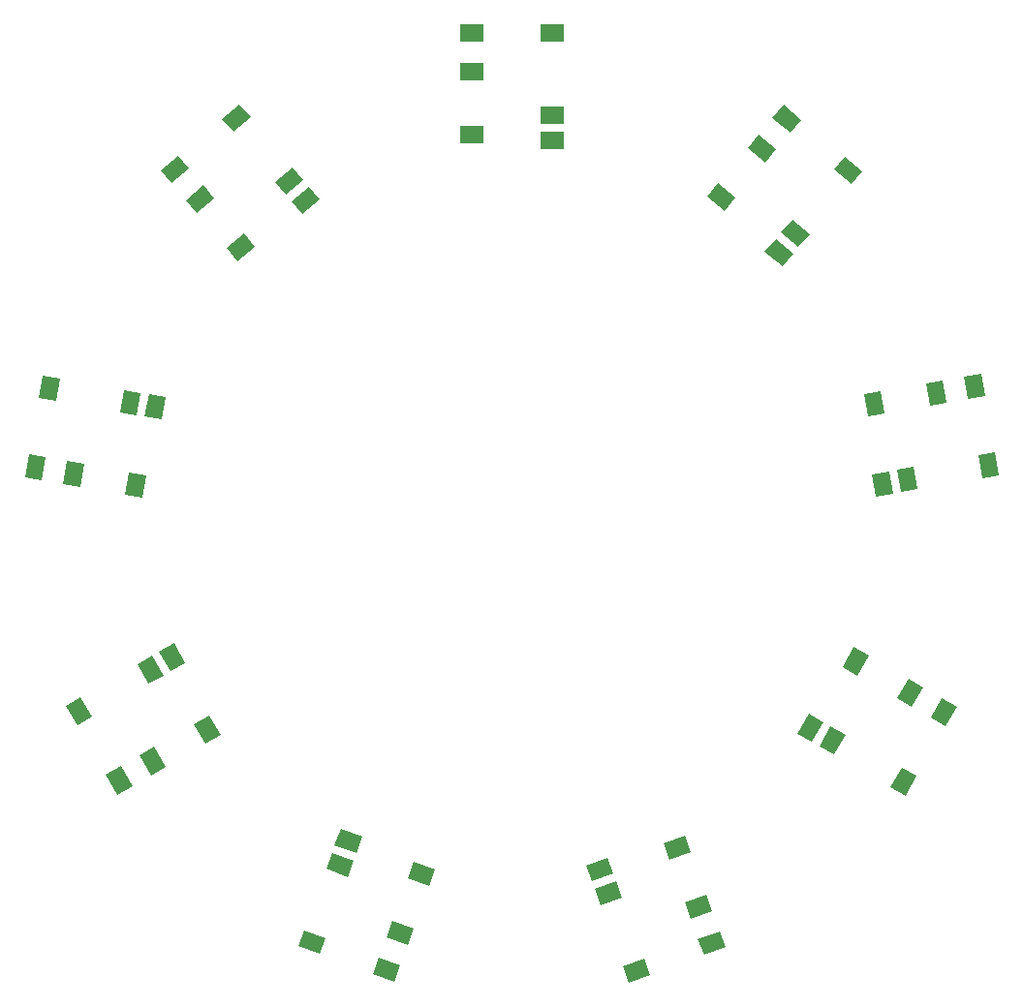
<source format=gbr>
%TF.GenerationSoftware,KiCad,Pcbnew,(5.1.9)-1*%
%TF.CreationDate,2022-02-26T00:47:13+09:00*%
%TF.ProjectId,passivemlt,70617373-6976-4656-9d6c-742e6b696361,rev?*%
%TF.SameCoordinates,Original*%
%TF.FileFunction,Paste,Top*%
%TF.FilePolarity,Positive*%
%FSLAX46Y46*%
G04 Gerber Fmt 4.6, Leading zero omitted, Abs format (unit mm)*
G04 Created by KiCad (PCBNEW (5.1.9)-1) date 2022-02-26 00:47:13*
%MOMM*%
%LPD*%
G01*
G04 APERTURE LIST*
%ADD10C,0.100000*%
%ADD11R,2.000000X1.500000*%
G04 APERTURE END LIST*
D10*
%TO.C,J9*%
G36*
X119906100Y-62017155D02*
G01*
X118941919Y-60868088D01*
X120474008Y-59582513D01*
X121438189Y-60731580D01*
X119906100Y-62017155D01*
G37*
G36*
X124534171Y-67532675D02*
G01*
X123569990Y-66383608D01*
X125102079Y-65098033D01*
X126066260Y-66247100D01*
X124534171Y-67532675D01*
G37*
G36*
X125948303Y-69217973D02*
G01*
X124984122Y-68068906D01*
X126516211Y-66783331D01*
X127480392Y-67932398D01*
X125948303Y-69217973D01*
G37*
G36*
X114543789Y-66516669D02*
G01*
X113579608Y-65367602D01*
X115111697Y-64082027D01*
X116075878Y-65231094D01*
X114543789Y-66516669D01*
G37*
G36*
X116729267Y-69121220D02*
G01*
X115765086Y-67972153D01*
X117297175Y-66686578D01*
X118261356Y-67835645D01*
X116729267Y-69121220D01*
G37*
G36*
X120264598Y-73334464D02*
G01*
X119300417Y-72185397D01*
X120832506Y-70899822D01*
X121796687Y-72048889D01*
X120264598Y-73334464D01*
G37*
%TD*%
%TO.C,J8*%
G36*
X104404130Y-85542070D02*
G01*
X102926918Y-85281598D01*
X103274214Y-83311982D01*
X104751426Y-83572454D01*
X104404130Y-85542070D01*
G37*
G36*
X111494746Y-86792337D02*
G01*
X110017534Y-86531865D01*
X110364830Y-84562249D01*
X111842042Y-84822721D01*
X111494746Y-86792337D01*
G37*
G36*
X113661323Y-87174363D02*
G01*
X112184111Y-86913891D01*
X112531407Y-84944275D01*
X114008619Y-85204747D01*
X113661323Y-87174363D01*
G37*
G36*
X103188593Y-92435725D02*
G01*
X101711381Y-92175253D01*
X102058677Y-90205637D01*
X103535889Y-90466109D01*
X103188593Y-92435725D01*
G37*
G36*
X106536939Y-93026129D02*
G01*
X105059727Y-92765657D01*
X105407023Y-90796041D01*
X106884235Y-91056513D01*
X106536939Y-93026129D01*
G37*
G36*
X111953382Y-93981193D02*
G01*
X110476170Y-93720721D01*
X110823466Y-91751105D01*
X112300678Y-92011577D01*
X111953382Y-93981193D01*
G37*
%TD*%
%TO.C,J7*%
G36*
X107589200Y-113139936D02*
G01*
X106290162Y-113889936D01*
X105290162Y-112157886D01*
X106589200Y-111407886D01*
X107589200Y-113139936D01*
G37*
G36*
X113824583Y-109539936D02*
G01*
X112525545Y-110289936D01*
X111525545Y-108557886D01*
X112824583Y-107807886D01*
X113824583Y-109539936D01*
G37*
G36*
X115729838Y-108439936D02*
G01*
X114430800Y-109189936D01*
X113430800Y-107457886D01*
X114729838Y-106707886D01*
X115729838Y-108439936D01*
G37*
G36*
X111089200Y-119202114D02*
G01*
X109790162Y-119952114D01*
X108790162Y-118220064D01*
X110089200Y-117470064D01*
X111089200Y-119202114D01*
G37*
G36*
X114033686Y-117502114D02*
G01*
X112734648Y-118252114D01*
X111734648Y-116520064D01*
X113033686Y-115770064D01*
X114033686Y-117502114D01*
G37*
G36*
X118796826Y-114752114D02*
G01*
X117497788Y-115502114D01*
X116497788Y-113770064D01*
X117796826Y-113020064D01*
X118796826Y-114752114D01*
G37*
%TD*%
%TO.C,J6*%
G36*
X127959789Y-132496736D02*
G01*
X127446759Y-133906275D01*
X125567373Y-133222234D01*
X126080403Y-131812695D01*
X127959789Y-132496736D01*
G37*
G36*
X130422334Y-125730949D02*
G01*
X129909304Y-127140488D01*
X128029918Y-126456447D01*
X128542948Y-125046908D01*
X130422334Y-125730949D01*
G37*
G36*
X131174779Y-123663625D02*
G01*
X130661749Y-125073164D01*
X128782363Y-124389123D01*
X129295393Y-122979584D01*
X131174779Y-123663625D01*
G37*
G36*
X134537637Y-134890877D02*
G01*
X134024607Y-136300416D01*
X132145221Y-135616375D01*
X132658251Y-134206836D01*
X134537637Y-134890877D01*
G37*
G36*
X135700506Y-131695922D02*
G01*
X135187476Y-133105461D01*
X133308090Y-132421420D01*
X133821120Y-131011881D01*
X135700506Y-131695922D01*
G37*
G36*
X137581617Y-126527612D02*
G01*
X137068587Y-127937151D01*
X135189201Y-127253110D01*
X135702231Y-125843571D01*
X137581617Y-126527612D01*
G37*
%TD*%
%TO.C,J5*%
G36*
X155831749Y-134286836D02*
G01*
X156344779Y-135696375D01*
X154465393Y-136380416D01*
X153952363Y-134970877D01*
X155831749Y-134286836D01*
G37*
G36*
X153369203Y-127521049D02*
G01*
X153882233Y-128930588D01*
X152002847Y-129614629D01*
X151489817Y-128205090D01*
X153369203Y-127521049D01*
G37*
G36*
X152616759Y-125453725D02*
G01*
X153129789Y-126863264D01*
X151250403Y-127547305D01*
X150737373Y-126137766D01*
X152616759Y-125453725D01*
G37*
G36*
X162409597Y-131892695D02*
G01*
X162922627Y-133302234D01*
X161043241Y-133986275D01*
X160530211Y-132576736D01*
X162409597Y-131892695D01*
G37*
G36*
X161246728Y-128697740D02*
G01*
X161759758Y-130107279D01*
X159880372Y-130791320D01*
X159367342Y-129381781D01*
X161246728Y-128697740D01*
G37*
G36*
X159365618Y-123529430D02*
G01*
X159878648Y-124938969D01*
X157999262Y-125623010D01*
X157486232Y-124213471D01*
X159365618Y-123529430D01*
G37*
%TD*%
%TO.C,J4*%
G36*
X178360800Y-117580064D02*
G01*
X179659838Y-118330064D01*
X178659838Y-120062114D01*
X177360800Y-119312114D01*
X178360800Y-117580064D01*
G37*
G36*
X172125417Y-113980064D02*
G01*
X173424455Y-114730064D01*
X172424455Y-116462114D01*
X171125417Y-115712114D01*
X172125417Y-113980064D01*
G37*
G36*
X170220162Y-112880064D02*
G01*
X171519200Y-113630064D01*
X170519200Y-115362114D01*
X169220162Y-114612114D01*
X170220162Y-112880064D01*
G37*
G36*
X181860800Y-111517886D02*
G01*
X183159838Y-112267886D01*
X182159838Y-113999936D01*
X180860800Y-113249936D01*
X181860800Y-111517886D01*
G37*
G36*
X178916314Y-109817886D02*
G01*
X180215352Y-110567886D01*
X179215352Y-112299936D01*
X177916314Y-111549936D01*
X178916314Y-109817886D01*
G37*
G36*
X174153174Y-107067886D02*
G01*
X175452212Y-107817886D01*
X174452212Y-109549936D01*
X173153174Y-108799936D01*
X174153174Y-107067886D01*
G37*
%TD*%
%TO.C,J3*%
G36*
X185004111Y-90296109D02*
G01*
X186481323Y-90035637D01*
X186828619Y-92005253D01*
X185351407Y-92265725D01*
X185004111Y-90296109D01*
G37*
G36*
X177913495Y-91546376D02*
G01*
X179390707Y-91285904D01*
X179738003Y-93255520D01*
X178260791Y-93515992D01*
X177913495Y-91546376D01*
G37*
G36*
X175746918Y-91928402D02*
G01*
X177224130Y-91667930D01*
X177571426Y-93637546D01*
X176094214Y-93898018D01*
X175746918Y-91928402D01*
G37*
G36*
X183788574Y-83402454D02*
G01*
X185265786Y-83141982D01*
X185613082Y-85111598D01*
X184135870Y-85372070D01*
X183788574Y-83402454D01*
G37*
G36*
X180440227Y-83992858D02*
G01*
X181917439Y-83732386D01*
X182264735Y-85702002D01*
X180787523Y-85962474D01*
X180440227Y-83992858D01*
G37*
G36*
X175023785Y-84947923D02*
G01*
X176500997Y-84687451D01*
X176848293Y-86657067D01*
X175371081Y-86917539D01*
X175023785Y-84947923D01*
G37*
%TD*%
%TO.C,J2*%
G36*
X172414122Y-65301094D02*
G01*
X173378303Y-64152027D01*
X174910392Y-65437602D01*
X173946211Y-66586669D01*
X172414122Y-65301094D01*
G37*
G36*
X167786052Y-70816614D02*
G01*
X168750233Y-69667547D01*
X170282322Y-70953122D01*
X169318141Y-72102189D01*
X167786052Y-70816614D01*
G37*
G36*
X166371919Y-72501912D02*
G01*
X167336100Y-71352845D01*
X168868189Y-72638420D01*
X167904008Y-73787487D01*
X166371919Y-72501912D01*
G37*
G36*
X167051811Y-60801580D02*
G01*
X168015992Y-59652513D01*
X169548081Y-60938088D01*
X168583900Y-62087155D01*
X167051811Y-60801580D01*
G37*
G36*
X164866333Y-63406132D02*
G01*
X165830514Y-62257065D01*
X167362603Y-63542640D01*
X166398422Y-64691707D01*
X164866333Y-63406132D01*
G37*
G36*
X161331001Y-67619376D02*
G01*
X162295182Y-66470309D01*
X163827271Y-67755884D01*
X162863090Y-68904951D01*
X161331001Y-67619376D01*
G37*
%TD*%
D11*
%TO.C,J1*%
X147750000Y-53320000D03*
X147750000Y-60520000D03*
X147750000Y-62720000D03*
X140750000Y-53320000D03*
X140750000Y-56720000D03*
X140750000Y-62220000D03*
%TD*%
M02*

</source>
